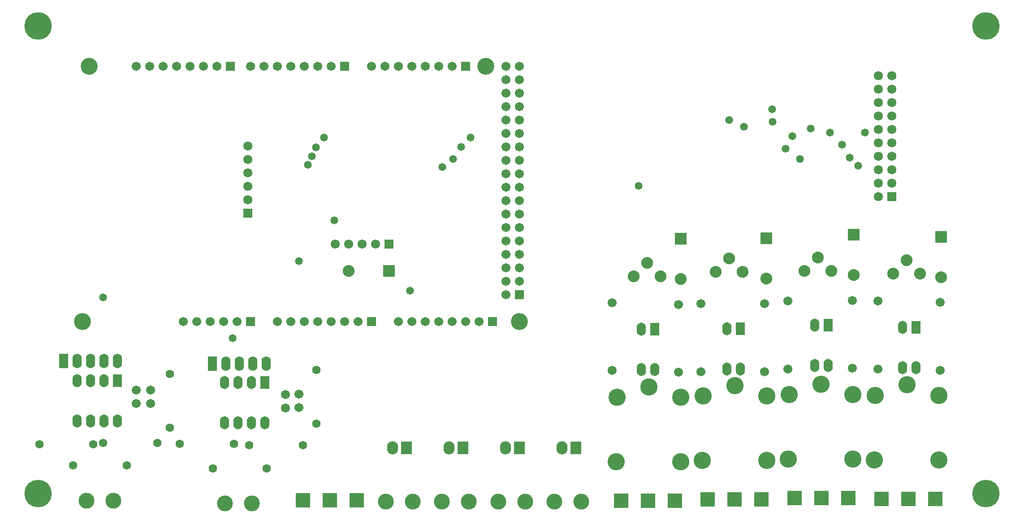
<source format=gbs>
G04*
G04 #@! TF.GenerationSoftware,Altium Limited,Altium Designer,20.2.5 (213)*
G04*
G04 Layer_Color=16711935*
%FSTAX24Y24*%
%MOIN*%
G70*
G04*
G04 #@! TF.SameCoordinates,673CB199-A7F1-4250-81FB-05A331180C63*
G04*
G04*
G04 #@! TF.FilePolarity,Negative*
G04*
G01*
G75*
%ADD17R,0.1064X0.1064*%
%ADD18C,0.0671*%
%ADD19C,0.1180*%
%ADD20C,0.0631*%
%ADD21O,0.0680X0.1080*%
%ADD22R,0.0680X0.1080*%
%ADD23O,0.0680X0.0980*%
%ADD24R,0.0680X0.0980*%
%ADD25R,0.0880X0.0880*%
%ADD26C,0.0880*%
%ADD27R,0.0671X0.0671*%
%ADD28R,0.0671X0.0671*%
%ADD29R,0.0678X0.0678*%
%ADD30C,0.0678*%
%ADD31C,0.1280*%
%ADD32O,0.0830X0.0980*%
%ADD33R,0.0830X0.0980*%
%ADD34R,0.0678X0.0678*%
%ADD35C,0.2049*%
%ADD36R,0.0880X0.0880*%
%ADD37C,0.0580*%
%ADD38C,0.1261*%
D17*
X065028Y00715D02*
D03*
X069023D02*
D03*
X067023D02*
D03*
X058569Y0072D02*
D03*
X062564D02*
D03*
X060564D02*
D03*
X05211Y0071D02*
D03*
X056105D02*
D03*
X054105D02*
D03*
X047647Y007D02*
D03*
X049647D02*
D03*
X045652D02*
D03*
X025995Y00705D02*
D03*
X022D02*
D03*
X024D02*
D03*
D18*
X0516Y01663D02*
D03*
Y02167D02*
D03*
X010664Y014253D02*
D03*
Y015253D02*
D03*
X009604Y014253D02*
D03*
Y015253D02*
D03*
X0217Y01395D02*
D03*
Y01495D02*
D03*
X0331Y03935D02*
D03*
X0321D02*
D03*
X0311D02*
D03*
X0301D02*
D03*
X0291D02*
D03*
X0281D02*
D03*
X0271D02*
D03*
X0171Y02035D02*
D03*
X0161D02*
D03*
X0151D02*
D03*
X0141D02*
D03*
X0131D02*
D03*
X0181Y03935D02*
D03*
X0191D02*
D03*
X0201D02*
D03*
X0211D02*
D03*
X0221D02*
D03*
X0231D02*
D03*
X0241D02*
D03*
X0096D02*
D03*
X0106D02*
D03*
X0116D02*
D03*
X0126D02*
D03*
X0136D02*
D03*
X0146D02*
D03*
X0156D02*
D03*
X0291Y02035D02*
D03*
X0301D02*
D03*
X0311D02*
D03*
X0321D02*
D03*
X0331D02*
D03*
X0341D02*
D03*
X0351D02*
D03*
X0201D02*
D03*
X0211D02*
D03*
X0221D02*
D03*
X0231D02*
D03*
X0241D02*
D03*
X0251D02*
D03*
X0261D02*
D03*
X0371Y02235D02*
D03*
X0381Y02335D02*
D03*
X0371D02*
D03*
X0381Y02435D02*
D03*
X0371D02*
D03*
X0381Y02535D02*
D03*
X0371D02*
D03*
X0381Y02635D02*
D03*
X0371D02*
D03*
X0381Y02735D02*
D03*
X0371D02*
D03*
X0381Y02835D02*
D03*
X0371D02*
D03*
X0381Y02935D02*
D03*
X0371D02*
D03*
X0381Y03035D02*
D03*
X0371D02*
D03*
X0381Y03135D02*
D03*
X0371D02*
D03*
X0381Y03235D02*
D03*
X0371D02*
D03*
X0381Y03335D02*
D03*
X0371D02*
D03*
X0381Y03435D02*
D03*
X0371D02*
D03*
X0381Y03535D02*
D03*
X0371D02*
D03*
X0381Y03635D02*
D03*
X0371D02*
D03*
X0381Y03735D02*
D03*
X0371D02*
D03*
X0381Y03835D02*
D03*
X0371D02*
D03*
X0381Y03935D02*
D03*
X0371D02*
D03*
X0207Y0149D02*
D03*
Y0139D02*
D03*
X045Y02175D02*
D03*
Y016711D02*
D03*
X049941Y01658D02*
D03*
Y02162D02*
D03*
X056327Y01663D02*
D03*
Y02167D02*
D03*
X05805Y02187D02*
D03*
Y01683D02*
D03*
X062864Y01688D02*
D03*
Y02192D02*
D03*
X06475Y02187D02*
D03*
Y01683D02*
D03*
X0694Y01673D02*
D03*
Y02177D02*
D03*
D19*
X0407Y00695D02*
D03*
X0427D02*
D03*
X038517D02*
D03*
X036517D02*
D03*
X034333D02*
D03*
X032333D02*
D03*
X0182Y0068D02*
D03*
X0162D02*
D03*
X0079Y007D02*
D03*
X0059D02*
D03*
X03015Y00695D02*
D03*
X02815D02*
D03*
D20*
X019308Y0094D02*
D03*
X015292D02*
D03*
X017992Y01115D02*
D03*
X022008D02*
D03*
X012842Y01125D02*
D03*
X016858D02*
D03*
X002392Y0112D02*
D03*
X006408D02*
D03*
X008908Y00965D02*
D03*
X004892D02*
D03*
X007142Y0113D02*
D03*
X011158D02*
D03*
X023Y012742D02*
D03*
Y016758D02*
D03*
X0121Y012442D02*
D03*
Y016458D02*
D03*
D21*
X0072Y0174D02*
D03*
X0062D02*
D03*
X0082D02*
D03*
X0052D02*
D03*
X01925Y0172D02*
D03*
X01625D02*
D03*
X01725D02*
D03*
X01825D02*
D03*
D22*
X0042Y0174D02*
D03*
X01525Y0172D02*
D03*
D23*
X01615Y0128D02*
D03*
X01715D02*
D03*
X01815D02*
D03*
X01915D02*
D03*
X01615Y0158D02*
D03*
X01715D02*
D03*
X01815D02*
D03*
X0052Y01295D02*
D03*
X0062D02*
D03*
X0072D02*
D03*
X0082D02*
D03*
X0052Y01595D02*
D03*
X0062D02*
D03*
X0072D02*
D03*
X053533Y01983D02*
D03*
Y01683D02*
D03*
X054533D02*
D03*
X066606Y01993D02*
D03*
Y01693D02*
D03*
X067606D02*
D03*
X06007Y02008D02*
D03*
Y01708D02*
D03*
X06107D02*
D03*
X047147Y01978D02*
D03*
Y01678D02*
D03*
X048147D02*
D03*
D24*
X01915Y0158D02*
D03*
X0082Y01595D02*
D03*
X054533Y01983D02*
D03*
X067606Y01993D02*
D03*
X06107Y02008D02*
D03*
X048147Y01978D02*
D03*
D25*
X0284Y0241D02*
D03*
D26*
X0254D02*
D03*
X0501Y0235D02*
D03*
X0527Y02405D02*
D03*
X0537Y02505D02*
D03*
X0547Y02405D02*
D03*
X05645Y02355D02*
D03*
X0593Y0241D02*
D03*
X0603Y0251D02*
D03*
X0613Y0241D02*
D03*
X06295Y0238D02*
D03*
X0659Y0239D02*
D03*
X0669Y0249D02*
D03*
X0679Y0239D02*
D03*
X06945Y023635D02*
D03*
X0466Y0237D02*
D03*
X0476Y0247D02*
D03*
X0486Y0237D02*
D03*
D27*
X0341Y03935D02*
D03*
X0181Y02035D02*
D03*
X0251Y03935D02*
D03*
X0166D02*
D03*
X0361Y02035D02*
D03*
X0271D02*
D03*
D28*
X0381Y02235D02*
D03*
D29*
X0658Y02965D02*
D03*
X0179Y0284D02*
D03*
D30*
X0658Y03065D02*
D03*
Y03165D02*
D03*
Y03265D02*
D03*
Y03365D02*
D03*
Y03465D02*
D03*
Y03565D02*
D03*
Y03665D02*
D03*
Y03765D02*
D03*
Y03865D02*
D03*
X0648D02*
D03*
Y03765D02*
D03*
Y03665D02*
D03*
Y03565D02*
D03*
Y03465D02*
D03*
Y03365D02*
D03*
Y03265D02*
D03*
Y03165D02*
D03*
Y03065D02*
D03*
Y02965D02*
D03*
X0179Y0334D02*
D03*
Y0324D02*
D03*
Y0314D02*
D03*
Y0304D02*
D03*
Y0294D02*
D03*
X0274Y0261D02*
D03*
X0264D02*
D03*
X0254D02*
D03*
X0244D02*
D03*
D31*
X054138Y015591D02*
D03*
X0565Y01D02*
D03*
X0517D02*
D03*
X0565Y014803D02*
D03*
X051776D02*
D03*
X060538Y015691D02*
D03*
X0629Y0101D02*
D03*
X0581D02*
D03*
X0629Y014903D02*
D03*
X058176D02*
D03*
X066938Y015641D02*
D03*
X0693Y01005D02*
D03*
X0645D02*
D03*
X0693Y014853D02*
D03*
X064576D02*
D03*
X045376Y014703D02*
D03*
X0501D02*
D03*
X0453Y0099D02*
D03*
X0501D02*
D03*
X047738Y015491D02*
D03*
D32*
X02865Y01095D02*
D03*
X03705D02*
D03*
X04125D02*
D03*
X03285D02*
D03*
D33*
X0297D02*
D03*
X0381D02*
D03*
X0423D02*
D03*
X0339D02*
D03*
D34*
X0284Y0261D02*
D03*
D35*
X0728Y00755D02*
D03*
X0023Y04235D02*
D03*
Y00755D02*
D03*
X0728Y04235D02*
D03*
D36*
X0501Y0265D02*
D03*
X05645Y02655D02*
D03*
X06295Y0268D02*
D03*
X06945Y026635D02*
D03*
D37*
X05895Y03245D02*
D03*
X0621Y0335D02*
D03*
X0638Y0344D02*
D03*
X0612D02*
D03*
X04695Y03045D02*
D03*
X02995Y02265D02*
D03*
X03235Y03185D02*
D03*
X02235Y032D02*
D03*
X03315Y03245D02*
D03*
X03375Y03335D02*
D03*
X024324Y027877D02*
D03*
X02265Y03265D02*
D03*
X02295Y0333D02*
D03*
X02355Y03405D02*
D03*
X03445D02*
D03*
X056918Y035218D02*
D03*
X00712Y022154D02*
D03*
X01675Y0191D02*
D03*
X0217Y02485D02*
D03*
X0633Y03195D02*
D03*
X062656Y032552D02*
D03*
X05975Y0347D02*
D03*
X0579Y0332D02*
D03*
X058399Y034151D02*
D03*
X0548Y03485D02*
D03*
X0569Y03615D02*
D03*
X0537Y03535D02*
D03*
D38*
X0381Y02035D02*
D03*
X0356Y03935D02*
D03*
X0061D02*
D03*
X0056Y02035D02*
D03*
M02*

</source>
